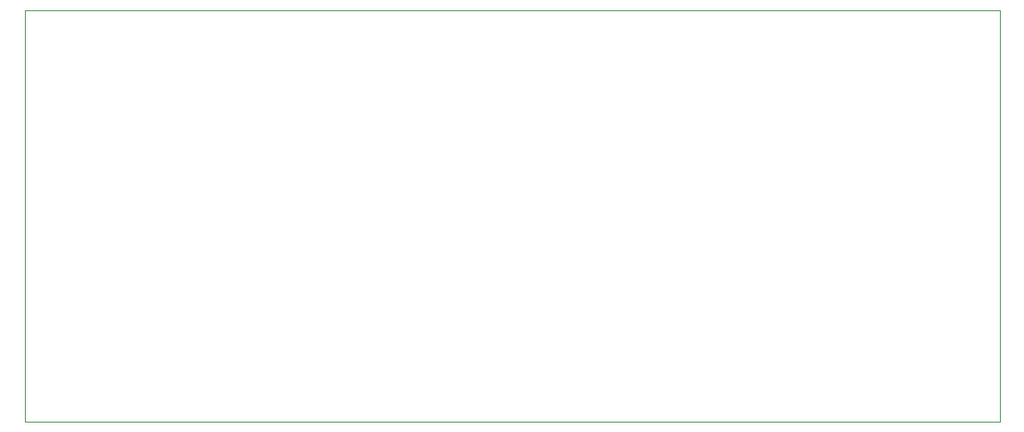
<source format=gbr>
%TF.GenerationSoftware,KiCad,Pcbnew,9.0.2*%
%TF.CreationDate,2025-07-08T21:37:53-07:00*%
%TF.ProjectId,reflectance,7265666c-6563-4746-916e-63652e6b6963,rev?*%
%TF.SameCoordinates,Original*%
%TF.FileFunction,Profile,NP*%
%FSLAX46Y46*%
G04 Gerber Fmt 4.6, Leading zero omitted, Abs format (unit mm)*
G04 Created by KiCad (PCBNEW 9.0.2) date 2025-07-08 21:37:53*
%MOMM*%
%LPD*%
G01*
G04 APERTURE LIST*
%TA.AperFunction,Profile*%
%ADD10C,0.050000*%
%TD*%
G04 APERTURE END LIST*
D10*
X109000000Y-45500000D02*
X205000000Y-45500000D01*
X205000000Y-86000000D01*
X109000000Y-86000000D01*
X109000000Y-45500000D01*
M02*

</source>
